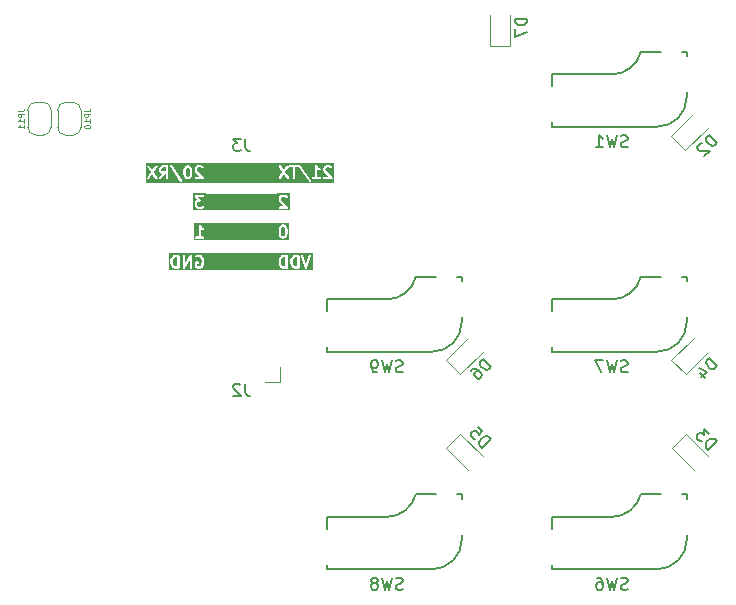
<source format=gbr>
%TF.GenerationSoftware,KiCad,Pcbnew,9.0.2*%
%TF.CreationDate,2025-07-23T19:01:54-06:00*%
%TF.ProjectId,macro devboard ESP32,6d616372-6f20-4646-9576-626f61726420,rev?*%
%TF.SameCoordinates,Original*%
%TF.FileFunction,Legend,Bot*%
%TF.FilePolarity,Positive*%
%FSLAX46Y46*%
G04 Gerber Fmt 4.6, Leading zero omitted, Abs format (unit mm)*
G04 Created by KiCad (PCBNEW 9.0.2) date 2025-07-23 19:01:54*
%MOMM*%
%LPD*%
G01*
G04 APERTURE LIST*
%ADD10C,0.200000*%
%ADD11C,0.150000*%
%ADD12C,0.120000*%
G04 APERTURE END LIST*
G36*
X210645000Y-67220000D02*
G01*
X216815000Y-67220000D01*
X216815000Y-68630000D01*
X210645000Y-68630000D01*
X210645000Y-67220000D01*
G37*
G36*
X210655000Y-64670000D02*
G01*
X216825000Y-64670000D01*
X216825000Y-66080000D01*
X210655000Y-66080000D01*
X210655000Y-64670000D01*
G37*
G36*
X210650000Y-62150000D02*
G01*
X216820000Y-62150000D01*
X216820000Y-63560000D01*
X210650000Y-63560000D01*
X210650000Y-62150000D01*
G37*
G36*
X210550000Y-59590000D02*
G01*
X216800000Y-59590000D01*
X216800000Y-61270000D01*
X210550000Y-61270000D01*
X210550000Y-59590000D01*
G37*
D10*
G36*
X209281389Y-59977024D02*
G01*
X209306058Y-60001692D01*
X209341511Y-60072599D01*
X209383482Y-60240480D01*
X209383482Y-60453956D01*
X209341511Y-60621837D01*
X209306058Y-60692743D01*
X209281389Y-60717413D01*
X209221780Y-60747219D01*
X209173756Y-60747219D01*
X209114146Y-60717414D01*
X209089479Y-60692746D01*
X209054024Y-60621837D01*
X209012054Y-60453956D01*
X209012054Y-60240481D01*
X209054024Y-60072599D01*
X209089478Y-60001692D01*
X209114146Y-59977023D01*
X209173756Y-59947219D01*
X209221780Y-59947219D01*
X209281389Y-59977024D01*
G37*
G36*
X207335863Y-60271028D02*
G01*
X207078518Y-60271028D01*
X207018908Y-60241223D01*
X206994240Y-60216554D01*
X206964435Y-60156944D01*
X206964435Y-60061302D01*
X206994240Y-60001692D01*
X207018908Y-59977023D01*
X207078518Y-59947219D01*
X207335863Y-59947219D01*
X207335863Y-60271028D01*
G37*
G36*
X210692672Y-61296425D02*
G01*
X205653324Y-61296425D01*
X205653324Y-59847114D01*
X205764435Y-59847114D01*
X205772007Y-59885391D01*
X205781230Y-59902689D01*
X206077583Y-60347219D01*
X205781230Y-60791749D01*
X205772007Y-60809047D01*
X205764435Y-60847324D01*
X205772087Y-60885584D01*
X205793798Y-60918004D01*
X205826263Y-60939647D01*
X205864540Y-60947219D01*
X205902800Y-60939567D01*
X205935220Y-60917856D01*
X205947640Y-60902689D01*
X206197768Y-60527496D01*
X206447896Y-60902689D01*
X206460316Y-60917856D01*
X206492736Y-60939567D01*
X206530996Y-60947219D01*
X206569273Y-60939647D01*
X206601738Y-60918004D01*
X206623449Y-60885584D01*
X206631101Y-60847324D01*
X206623529Y-60809047D01*
X206614306Y-60791749D01*
X206317952Y-60347219D01*
X206524302Y-60037695D01*
X206764435Y-60037695D01*
X206764435Y-60180552D01*
X206766356Y-60200061D01*
X206767731Y-60203381D01*
X206767986Y-60206965D01*
X206774992Y-60225273D01*
X206822611Y-60320511D01*
X206827896Y-60328907D01*
X206828907Y-60331347D01*
X206831160Y-60334093D01*
X206833054Y-60337101D01*
X206835048Y-60338830D01*
X206841343Y-60346501D01*
X206888962Y-60394119D01*
X206896628Y-60400411D01*
X206898361Y-60402409D01*
X206901369Y-60404302D01*
X206904115Y-60406556D01*
X206906555Y-60407566D01*
X206914952Y-60412852D01*
X207010189Y-60460471D01*
X207012479Y-60461347D01*
X206782512Y-60789873D01*
X206772898Y-60806957D01*
X206764458Y-60845051D01*
X206771239Y-60883476D01*
X206792208Y-60916381D01*
X206824173Y-60938756D01*
X206862267Y-60947196D01*
X206900692Y-60940415D01*
X206933597Y-60919446D01*
X206946358Y-60904565D01*
X207249833Y-60471028D01*
X207335863Y-60471028D01*
X207335863Y-60847219D01*
X207337784Y-60866728D01*
X207352716Y-60902776D01*
X207380306Y-60930366D01*
X207416354Y-60945298D01*
X207455372Y-60945298D01*
X207491420Y-60930366D01*
X207519010Y-60902776D01*
X207533942Y-60866728D01*
X207535863Y-60847219D01*
X207535863Y-59847219D01*
X207533942Y-59827710D01*
X207522255Y-59799495D01*
X207669197Y-59799495D01*
X207676769Y-59837772D01*
X207685992Y-59855070D01*
X208543134Y-61140784D01*
X208555554Y-61155951D01*
X208587974Y-61177662D01*
X208626235Y-61185314D01*
X208664511Y-61177743D01*
X208696976Y-61156099D01*
X208718687Y-61123679D01*
X208726339Y-61085419D01*
X208718768Y-61047142D01*
X208709544Y-61029844D01*
X208175096Y-60228171D01*
X208812054Y-60228171D01*
X208812054Y-60466266D01*
X208812389Y-60469668D01*
X208812172Y-60471127D01*
X208813251Y-60478424D01*
X208813975Y-60485775D01*
X208814539Y-60487138D01*
X208815040Y-60490520D01*
X208862659Y-60680995D01*
X208863172Y-60682432D01*
X208863224Y-60683155D01*
X208866332Y-60691279D01*
X208869254Y-60699456D01*
X208869684Y-60700036D01*
X208870230Y-60701463D01*
X208917849Y-60796701D01*
X208923132Y-60805093D01*
X208924144Y-60807537D01*
X208926400Y-60810286D01*
X208928292Y-60813291D01*
X208930286Y-60815020D01*
X208936581Y-60822690D01*
X208984199Y-60870310D01*
X208991867Y-60876603D01*
X208993599Y-60878600D01*
X208996607Y-60880493D01*
X208999353Y-60882747D01*
X209001793Y-60883757D01*
X209010190Y-60889043D01*
X209105427Y-60936662D01*
X209123736Y-60943668D01*
X209127319Y-60943922D01*
X209130640Y-60945298D01*
X209150149Y-60947219D01*
X209245387Y-60947219D01*
X209264896Y-60945298D01*
X209268216Y-60943922D01*
X209271800Y-60943668D01*
X209290108Y-60936662D01*
X209385346Y-60889043D01*
X209393741Y-60883758D01*
X209396183Y-60882747D01*
X209398930Y-60880491D01*
X209401936Y-60878600D01*
X209403666Y-60876605D01*
X209411336Y-60870310D01*
X209458955Y-60822690D01*
X209465247Y-60815023D01*
X209467244Y-60813292D01*
X209469137Y-60810284D01*
X209471392Y-60807537D01*
X209472403Y-60805095D01*
X209477687Y-60796701D01*
X209525306Y-60701464D01*
X209525852Y-60700035D01*
X209526282Y-60699456D01*
X209529203Y-60691279D01*
X209532312Y-60683155D01*
X209532363Y-60682434D01*
X209532877Y-60680996D01*
X209580496Y-60490520D01*
X209580996Y-60487138D01*
X209581561Y-60485775D01*
X209582284Y-60478424D01*
X209583364Y-60471127D01*
X209583146Y-60469668D01*
X209583482Y-60466266D01*
X209583482Y-60228171D01*
X209583146Y-60224768D01*
X209583364Y-60223310D01*
X209582284Y-60216012D01*
X209581561Y-60208662D01*
X209580996Y-60207298D01*
X209580496Y-60203917D01*
X209538940Y-60037695D01*
X209764435Y-60037695D01*
X209764435Y-60132933D01*
X209765407Y-60142806D01*
X209765220Y-60145440D01*
X209766007Y-60148903D01*
X209766356Y-60152442D01*
X209767367Y-60154884D01*
X209769567Y-60164556D01*
X209817186Y-60307412D01*
X209825177Y-60325313D01*
X209827532Y-60328028D01*
X209828907Y-60331347D01*
X209841343Y-60346501D01*
X210242060Y-60747219D01*
X209864435Y-60747219D01*
X209844926Y-60749140D01*
X209808878Y-60764072D01*
X209781288Y-60791662D01*
X209766356Y-60827710D01*
X209766356Y-60866728D01*
X209781288Y-60902776D01*
X209808878Y-60930366D01*
X209844926Y-60945298D01*
X209864435Y-60947219D01*
X210483482Y-60947219D01*
X210502991Y-60945298D01*
X210539039Y-60930366D01*
X210566629Y-60902776D01*
X210581561Y-60866728D01*
X210581561Y-60827710D01*
X210566629Y-60791662D01*
X210554193Y-60776508D01*
X209999456Y-60221770D01*
X209964435Y-60116706D01*
X209964435Y-60061302D01*
X209994240Y-60001692D01*
X210018908Y-59977023D01*
X210078518Y-59947219D01*
X210269399Y-59947219D01*
X210329008Y-59977024D01*
X210365152Y-60013167D01*
X210380305Y-60025604D01*
X210416354Y-60040535D01*
X210455372Y-60040535D01*
X210491420Y-60025604D01*
X210519010Y-59998014D01*
X210533941Y-59961966D01*
X210533941Y-59922948D01*
X210519010Y-59886899D01*
X210506573Y-59871746D01*
X210458955Y-59824127D01*
X210451284Y-59817832D01*
X210449555Y-59815838D01*
X210446547Y-59813944D01*
X210443801Y-59811691D01*
X210441361Y-59810680D01*
X210432965Y-59805395D01*
X210337727Y-59757776D01*
X210319419Y-59750770D01*
X210315835Y-59750515D01*
X210312515Y-59749140D01*
X210293006Y-59747219D01*
X210054911Y-59747219D01*
X210035402Y-59749140D01*
X210032081Y-59750515D01*
X210028498Y-59750770D01*
X210010189Y-59757776D01*
X209914952Y-59805395D01*
X209906555Y-59810680D01*
X209904115Y-59811691D01*
X209901369Y-59813944D01*
X209898361Y-59815838D01*
X209896628Y-59817835D01*
X209888962Y-59824128D01*
X209841343Y-59871746D01*
X209835048Y-59879416D01*
X209833054Y-59881146D01*
X209831160Y-59884153D01*
X209828907Y-59886900D01*
X209827896Y-59889339D01*
X209822611Y-59897736D01*
X209774992Y-59992974D01*
X209767986Y-60011282D01*
X209767731Y-60014865D01*
X209766356Y-60018186D01*
X209764435Y-60037695D01*
X209538940Y-60037695D01*
X209532877Y-60013441D01*
X209532363Y-60012002D01*
X209532312Y-60011282D01*
X209529203Y-60003157D01*
X209526282Y-59994981D01*
X209525852Y-59994401D01*
X209525306Y-59992973D01*
X209477687Y-59897736D01*
X209472401Y-59889339D01*
X209471391Y-59886899D01*
X209469137Y-59884153D01*
X209467244Y-59881145D01*
X209465246Y-59879412D01*
X209458954Y-59871746D01*
X209411336Y-59824127D01*
X209403665Y-59817832D01*
X209401936Y-59815838D01*
X209398928Y-59813944D01*
X209396182Y-59811691D01*
X209393742Y-59810680D01*
X209385346Y-59805395D01*
X209290108Y-59757776D01*
X209271800Y-59750770D01*
X209268216Y-59750515D01*
X209264896Y-59749140D01*
X209245387Y-59747219D01*
X209150149Y-59747219D01*
X209130640Y-59749140D01*
X209127319Y-59750515D01*
X209123736Y-59750770D01*
X209105427Y-59757776D01*
X209010190Y-59805395D01*
X209001793Y-59810680D01*
X208999353Y-59811691D01*
X208996607Y-59813944D01*
X208993599Y-59815838D01*
X208991866Y-59817835D01*
X208984200Y-59824128D01*
X208936581Y-59871746D01*
X208930286Y-59879416D01*
X208928292Y-59881146D01*
X208926398Y-59884153D01*
X208924145Y-59886900D01*
X208923134Y-59889339D01*
X208917849Y-59897736D01*
X208870230Y-59992974D01*
X208869684Y-59994400D01*
X208869254Y-59994981D01*
X208866332Y-60003157D01*
X208863224Y-60011282D01*
X208863172Y-60012004D01*
X208862659Y-60013442D01*
X208815040Y-60203917D01*
X208814539Y-60207298D01*
X208813975Y-60208662D01*
X208813251Y-60216012D01*
X208812172Y-60223310D01*
X208812389Y-60224768D01*
X208812054Y-60228171D01*
X208175096Y-60228171D01*
X207852402Y-59744130D01*
X207839982Y-59728963D01*
X207807562Y-59707252D01*
X207769302Y-59699600D01*
X207731025Y-59707172D01*
X207698560Y-59728815D01*
X207676849Y-59761235D01*
X207669197Y-59799495D01*
X207522255Y-59799495D01*
X207519010Y-59791662D01*
X207491420Y-59764072D01*
X207455372Y-59749140D01*
X207435863Y-59747219D01*
X207054911Y-59747219D01*
X207035402Y-59749140D01*
X207032081Y-59750515D01*
X207028498Y-59750770D01*
X207010189Y-59757776D01*
X206914952Y-59805395D01*
X206906555Y-59810680D01*
X206904115Y-59811691D01*
X206901369Y-59813944D01*
X206898361Y-59815838D01*
X206896628Y-59817835D01*
X206888962Y-59824128D01*
X206841343Y-59871746D01*
X206835048Y-59879416D01*
X206833054Y-59881146D01*
X206831160Y-59884153D01*
X206828907Y-59886900D01*
X206827896Y-59889339D01*
X206822611Y-59897736D01*
X206774992Y-59992974D01*
X206767986Y-60011282D01*
X206767731Y-60014865D01*
X206766356Y-60018186D01*
X206764435Y-60037695D01*
X206524302Y-60037695D01*
X206614306Y-59902689D01*
X206623529Y-59885391D01*
X206631101Y-59847114D01*
X206623449Y-59808854D01*
X206601738Y-59776434D01*
X206569273Y-59754791D01*
X206530996Y-59747219D01*
X206492736Y-59754871D01*
X206460316Y-59776582D01*
X206447896Y-59791749D01*
X206197768Y-60166941D01*
X205947640Y-59791749D01*
X205935220Y-59776582D01*
X205902800Y-59754871D01*
X205864540Y-59747219D01*
X205826263Y-59754791D01*
X205793798Y-59776434D01*
X205772087Y-59808854D01*
X205764435Y-59847114D01*
X205653324Y-59847114D01*
X205653324Y-59588489D01*
X210692672Y-59588489D01*
X210692672Y-61296425D01*
G37*
G36*
X217453482Y-68327219D02*
G01*
X217331613Y-68327219D01*
X217226548Y-68292197D01*
X217159478Y-68225127D01*
X217124024Y-68154218D01*
X217082054Y-67986337D01*
X217082054Y-67868100D01*
X217124024Y-67700218D01*
X217159477Y-67629312D01*
X217226549Y-67562240D01*
X217331613Y-67527219D01*
X217453482Y-67527219D01*
X217453482Y-68327219D01*
G37*
G36*
X218453482Y-68327219D02*
G01*
X218331613Y-68327219D01*
X218226548Y-68292197D01*
X218159478Y-68225127D01*
X218124024Y-68154218D01*
X218082054Y-67986337D01*
X218082054Y-67868100D01*
X218124024Y-67700218D01*
X218159477Y-67629312D01*
X218226549Y-67562240D01*
X218331613Y-67527219D01*
X218453482Y-67527219D01*
X218453482Y-68327219D01*
G37*
G36*
X219763808Y-68638330D02*
G01*
X216770943Y-68638330D01*
X216770943Y-67855790D01*
X216882054Y-67855790D01*
X216882054Y-67998647D01*
X216882389Y-68002049D01*
X216882172Y-68003508D01*
X216883251Y-68010805D01*
X216883975Y-68018156D01*
X216884539Y-68019519D01*
X216885040Y-68022901D01*
X216932659Y-68213376D01*
X216933172Y-68214813D01*
X216933224Y-68215536D01*
X216936332Y-68223660D01*
X216939254Y-68231837D01*
X216939684Y-68232417D01*
X216940230Y-68233844D01*
X216987849Y-68329082D01*
X216993131Y-68337474D01*
X216994144Y-68339918D01*
X216996400Y-68342667D01*
X216998292Y-68345672D01*
X217000286Y-68347401D01*
X217006581Y-68355071D01*
X217101819Y-68450311D01*
X217116972Y-68462747D01*
X217120291Y-68464122D01*
X217123007Y-68466477D01*
X217140907Y-68474468D01*
X217283764Y-68522087D01*
X217293436Y-68524286D01*
X217295878Y-68525298D01*
X217299415Y-68525646D01*
X217302879Y-68526434D01*
X217305513Y-68526246D01*
X217315387Y-68527219D01*
X217553482Y-68527219D01*
X217572991Y-68525298D01*
X217609039Y-68510366D01*
X217636629Y-68482776D01*
X217651561Y-68446728D01*
X217653482Y-68427219D01*
X217653482Y-67855790D01*
X217882054Y-67855790D01*
X217882054Y-67998647D01*
X217882389Y-68002049D01*
X217882172Y-68003508D01*
X217883251Y-68010805D01*
X217883975Y-68018156D01*
X217884539Y-68019519D01*
X217885040Y-68022901D01*
X217932659Y-68213376D01*
X217933172Y-68214813D01*
X217933224Y-68215536D01*
X217936332Y-68223660D01*
X217939254Y-68231837D01*
X217939684Y-68232417D01*
X217940230Y-68233844D01*
X217987849Y-68329082D01*
X217993131Y-68337474D01*
X217994144Y-68339918D01*
X217996400Y-68342667D01*
X217998292Y-68345672D01*
X218000286Y-68347401D01*
X218006581Y-68355071D01*
X218101819Y-68450311D01*
X218116972Y-68462747D01*
X218120291Y-68464122D01*
X218123007Y-68466477D01*
X218140907Y-68474468D01*
X218283764Y-68522087D01*
X218293436Y-68524286D01*
X218295878Y-68525298D01*
X218299415Y-68525646D01*
X218302879Y-68526434D01*
X218305513Y-68526246D01*
X218315387Y-68527219D01*
X218553482Y-68527219D01*
X218572991Y-68525298D01*
X218609039Y-68510366D01*
X218636629Y-68482776D01*
X218651561Y-68446728D01*
X218653482Y-68427219D01*
X218653482Y-67439726D01*
X218787601Y-67439726D01*
X218791948Y-67458842D01*
X219125281Y-68458841D01*
X219133272Y-68476742D01*
X219137955Y-68482141D01*
X219141150Y-68488531D01*
X219150621Y-68496746D01*
X219158837Y-68506218D01*
X219165225Y-68509412D01*
X219170626Y-68514096D01*
X219182527Y-68518063D01*
X219193736Y-68523667D01*
X219200860Y-68524173D01*
X219207642Y-68526434D01*
X219220151Y-68525544D01*
X219232656Y-68526434D01*
X219239434Y-68524174D01*
X219246562Y-68523668D01*
X219257778Y-68518059D01*
X219269672Y-68514095D01*
X219275069Y-68509414D01*
X219281461Y-68506218D01*
X219289679Y-68496742D01*
X219299148Y-68488530D01*
X219302341Y-68482143D01*
X219307026Y-68476742D01*
X219315017Y-68458842D01*
X219648350Y-67458842D01*
X219652697Y-67439727D01*
X219649931Y-67400807D01*
X219632481Y-67365908D01*
X219603005Y-67340343D01*
X219565989Y-67328004D01*
X219527069Y-67330771D01*
X219492170Y-67348220D01*
X219466605Y-67377696D01*
X219458614Y-67395597D01*
X219220149Y-68110991D01*
X218981684Y-67395596D01*
X218973693Y-67377696D01*
X218948128Y-67348220D01*
X218913229Y-67330770D01*
X218874309Y-67328004D01*
X218837293Y-67340342D01*
X218807817Y-67365907D01*
X218790367Y-67400806D01*
X218787601Y-67439726D01*
X218653482Y-67439726D01*
X218653482Y-67427219D01*
X218651561Y-67407710D01*
X218636629Y-67371662D01*
X218609039Y-67344072D01*
X218572991Y-67329140D01*
X218553482Y-67327219D01*
X218315387Y-67327219D01*
X218305513Y-67328191D01*
X218302879Y-67328004D01*
X218299415Y-67328791D01*
X218295878Y-67329140D01*
X218293436Y-67330151D01*
X218283764Y-67332351D01*
X218140907Y-67379970D01*
X218123007Y-67387961D01*
X218120291Y-67390316D01*
X218116973Y-67391691D01*
X218101819Y-67404127D01*
X218006581Y-67499365D01*
X218000286Y-67507035D01*
X217998292Y-67508765D01*
X217996398Y-67511772D01*
X217994145Y-67514519D01*
X217993134Y-67516958D01*
X217987849Y-67525355D01*
X217940230Y-67620593D01*
X217939684Y-67622019D01*
X217939254Y-67622600D01*
X217936332Y-67630776D01*
X217933224Y-67638901D01*
X217933172Y-67639623D01*
X217932659Y-67641061D01*
X217885040Y-67831536D01*
X217884539Y-67834917D01*
X217883975Y-67836281D01*
X217883251Y-67843631D01*
X217882172Y-67850929D01*
X217882389Y-67852387D01*
X217882054Y-67855790D01*
X217653482Y-67855790D01*
X217653482Y-67427219D01*
X217651561Y-67407710D01*
X217636629Y-67371662D01*
X217609039Y-67344072D01*
X217572991Y-67329140D01*
X217553482Y-67327219D01*
X217315387Y-67327219D01*
X217305513Y-67328191D01*
X217302879Y-67328004D01*
X217299415Y-67328791D01*
X217295878Y-67329140D01*
X217293436Y-67330151D01*
X217283764Y-67332351D01*
X217140907Y-67379970D01*
X217123007Y-67387961D01*
X217120291Y-67390316D01*
X217116973Y-67391691D01*
X217101819Y-67404127D01*
X217006581Y-67499365D01*
X217000286Y-67507035D01*
X216998292Y-67508765D01*
X216996398Y-67511772D01*
X216994145Y-67514519D01*
X216993134Y-67516958D01*
X216987849Y-67525355D01*
X216940230Y-67620593D01*
X216939684Y-67622019D01*
X216939254Y-67622600D01*
X216936332Y-67630776D01*
X216933224Y-67638901D01*
X216933172Y-67639623D01*
X216932659Y-67641061D01*
X216885040Y-67831536D01*
X216884539Y-67834917D01*
X216883975Y-67836281D01*
X216883251Y-67843631D01*
X216882172Y-67850929D01*
X216882389Y-67852387D01*
X216882054Y-67855790D01*
X216770943Y-67855790D01*
X216770943Y-67216108D01*
X219763808Y-67216108D01*
X219763808Y-68638330D01*
G37*
G36*
X217810291Y-63558330D02*
G01*
X216770943Y-63558330D01*
X216770943Y-62537695D01*
X216882054Y-62537695D01*
X216882054Y-62632933D01*
X216883026Y-62642806D01*
X216882839Y-62645440D01*
X216883626Y-62648903D01*
X216883975Y-62652442D01*
X216884986Y-62654884D01*
X216887186Y-62664556D01*
X216934805Y-62807412D01*
X216942796Y-62825313D01*
X216945151Y-62828028D01*
X216946526Y-62831347D01*
X216958962Y-62846501D01*
X217359679Y-63247219D01*
X216982054Y-63247219D01*
X216962545Y-63249140D01*
X216926497Y-63264072D01*
X216898907Y-63291662D01*
X216883975Y-63327710D01*
X216883975Y-63366728D01*
X216898907Y-63402776D01*
X216926497Y-63430366D01*
X216962545Y-63445298D01*
X216982054Y-63447219D01*
X217601101Y-63447219D01*
X217620610Y-63445298D01*
X217656658Y-63430366D01*
X217684248Y-63402776D01*
X217699180Y-63366728D01*
X217699180Y-63327710D01*
X217684248Y-63291662D01*
X217671812Y-63276508D01*
X217117075Y-62721770D01*
X217082054Y-62616706D01*
X217082054Y-62561302D01*
X217111859Y-62501692D01*
X217136527Y-62477023D01*
X217196137Y-62447219D01*
X217387018Y-62447219D01*
X217446627Y-62477024D01*
X217482771Y-62513167D01*
X217497924Y-62525604D01*
X217533973Y-62540535D01*
X217572991Y-62540535D01*
X217609039Y-62525604D01*
X217636629Y-62498014D01*
X217651560Y-62461966D01*
X217651560Y-62422948D01*
X217636629Y-62386899D01*
X217624192Y-62371746D01*
X217576574Y-62324127D01*
X217568903Y-62317832D01*
X217567174Y-62315838D01*
X217564166Y-62313944D01*
X217561420Y-62311691D01*
X217558980Y-62310680D01*
X217550584Y-62305395D01*
X217455346Y-62257776D01*
X217437038Y-62250770D01*
X217433454Y-62250515D01*
X217430134Y-62249140D01*
X217410625Y-62247219D01*
X217172530Y-62247219D01*
X217153021Y-62249140D01*
X217149700Y-62250515D01*
X217146117Y-62250770D01*
X217127808Y-62257776D01*
X217032571Y-62305395D01*
X217024174Y-62310680D01*
X217021734Y-62311691D01*
X217018988Y-62313944D01*
X217015980Y-62315838D01*
X217014247Y-62317835D01*
X217006581Y-62324128D01*
X216958962Y-62371746D01*
X216952667Y-62379416D01*
X216950673Y-62381146D01*
X216948779Y-62384153D01*
X216946526Y-62386900D01*
X216945515Y-62389339D01*
X216940230Y-62397736D01*
X216892611Y-62492974D01*
X216885605Y-62511282D01*
X216885350Y-62514865D01*
X216883975Y-62518186D01*
X216882054Y-62537695D01*
X216770943Y-62537695D01*
X216770943Y-62136108D01*
X217810291Y-62136108D01*
X217810291Y-63558330D01*
G37*
G36*
X217351389Y-64997024D02*
G01*
X217376058Y-65021692D01*
X217411511Y-65092599D01*
X217453482Y-65260480D01*
X217453482Y-65473956D01*
X217411511Y-65641837D01*
X217376058Y-65712743D01*
X217351389Y-65737413D01*
X217291780Y-65767219D01*
X217243756Y-65767219D01*
X217184146Y-65737414D01*
X217159479Y-65712746D01*
X217124024Y-65641837D01*
X217082054Y-65473956D01*
X217082054Y-65260481D01*
X217124024Y-65092599D01*
X217159478Y-65021692D01*
X217184146Y-64997023D01*
X217243756Y-64967219D01*
X217291780Y-64967219D01*
X217351389Y-64997024D01*
G37*
G36*
X217764593Y-66078330D02*
G01*
X216770943Y-66078330D01*
X216770943Y-65248171D01*
X216882054Y-65248171D01*
X216882054Y-65486266D01*
X216882389Y-65489668D01*
X216882172Y-65491127D01*
X216883251Y-65498424D01*
X216883975Y-65505775D01*
X216884539Y-65507138D01*
X216885040Y-65510520D01*
X216932659Y-65700995D01*
X216933172Y-65702432D01*
X216933224Y-65703155D01*
X216936332Y-65711279D01*
X216939254Y-65719456D01*
X216939684Y-65720036D01*
X216940230Y-65721463D01*
X216987849Y-65816701D01*
X216993132Y-65825093D01*
X216994144Y-65827537D01*
X216996400Y-65830286D01*
X216998292Y-65833291D01*
X217000286Y-65835020D01*
X217006581Y-65842690D01*
X217054199Y-65890310D01*
X217061867Y-65896603D01*
X217063599Y-65898600D01*
X217066607Y-65900493D01*
X217069353Y-65902747D01*
X217071793Y-65903757D01*
X217080190Y-65909043D01*
X217175427Y-65956662D01*
X217193736Y-65963668D01*
X217197319Y-65963922D01*
X217200640Y-65965298D01*
X217220149Y-65967219D01*
X217315387Y-65967219D01*
X217334896Y-65965298D01*
X217338216Y-65963922D01*
X217341800Y-65963668D01*
X217360108Y-65956662D01*
X217455346Y-65909043D01*
X217463741Y-65903758D01*
X217466183Y-65902747D01*
X217468930Y-65900491D01*
X217471936Y-65898600D01*
X217473666Y-65896605D01*
X217481336Y-65890310D01*
X217528955Y-65842690D01*
X217535247Y-65835023D01*
X217537244Y-65833292D01*
X217539137Y-65830284D01*
X217541392Y-65827537D01*
X217542403Y-65825095D01*
X217547687Y-65816701D01*
X217595306Y-65721464D01*
X217595852Y-65720035D01*
X217596282Y-65719456D01*
X217599203Y-65711279D01*
X217602312Y-65703155D01*
X217602363Y-65702434D01*
X217602877Y-65700996D01*
X217650496Y-65510520D01*
X217650996Y-65507138D01*
X217651561Y-65505775D01*
X217652284Y-65498424D01*
X217653364Y-65491127D01*
X217653146Y-65489668D01*
X217653482Y-65486266D01*
X217653482Y-65248171D01*
X217653146Y-65244768D01*
X217653364Y-65243310D01*
X217652284Y-65236012D01*
X217651561Y-65228662D01*
X217650996Y-65227298D01*
X217650496Y-65223917D01*
X217602877Y-65033441D01*
X217602363Y-65032002D01*
X217602312Y-65031282D01*
X217599203Y-65023157D01*
X217596282Y-65014981D01*
X217595852Y-65014401D01*
X217595306Y-65012973D01*
X217547687Y-64917736D01*
X217542401Y-64909339D01*
X217541391Y-64906899D01*
X217539137Y-64904153D01*
X217537244Y-64901145D01*
X217535246Y-64899412D01*
X217528954Y-64891746D01*
X217481336Y-64844127D01*
X217473665Y-64837832D01*
X217471936Y-64835838D01*
X217468928Y-64833944D01*
X217466182Y-64831691D01*
X217463742Y-64830680D01*
X217455346Y-64825395D01*
X217360108Y-64777776D01*
X217341800Y-64770770D01*
X217338216Y-64770515D01*
X217334896Y-64769140D01*
X217315387Y-64767219D01*
X217220149Y-64767219D01*
X217200640Y-64769140D01*
X217197319Y-64770515D01*
X217193736Y-64770770D01*
X217175427Y-64777776D01*
X217080190Y-64825395D01*
X217071793Y-64830680D01*
X217069353Y-64831691D01*
X217066607Y-64833944D01*
X217063599Y-64835838D01*
X217061866Y-64837835D01*
X217054200Y-64844128D01*
X217006581Y-64891746D01*
X217000286Y-64899416D01*
X216998292Y-64901146D01*
X216996398Y-64904153D01*
X216994145Y-64906900D01*
X216993134Y-64909339D01*
X216987849Y-64917736D01*
X216940230Y-65012974D01*
X216939684Y-65014400D01*
X216939254Y-65014981D01*
X216936332Y-65023157D01*
X216933224Y-65031282D01*
X216933172Y-65032004D01*
X216932659Y-65033442D01*
X216885040Y-65223917D01*
X216884539Y-65227298D01*
X216883975Y-65228662D01*
X216883251Y-65236012D01*
X216882172Y-65243310D01*
X216882389Y-65244768D01*
X216882054Y-65248171D01*
X216770943Y-65248171D01*
X216770943Y-64656108D01*
X217764593Y-64656108D01*
X217764593Y-66078330D01*
G37*
G36*
X221564577Y-61276425D02*
G01*
X216763324Y-61276425D01*
X216763324Y-59827114D01*
X216874435Y-59827114D01*
X216882007Y-59865391D01*
X216891230Y-59882689D01*
X217187583Y-60327219D01*
X216891230Y-60771749D01*
X216882007Y-60789047D01*
X216874435Y-60827324D01*
X216882087Y-60865584D01*
X216903798Y-60898004D01*
X216936263Y-60919647D01*
X216974540Y-60927219D01*
X217012800Y-60919567D01*
X217045220Y-60897856D01*
X217057640Y-60882689D01*
X217307768Y-60507496D01*
X217557896Y-60882689D01*
X217570316Y-60897856D01*
X217602736Y-60919567D01*
X217640996Y-60927219D01*
X217679273Y-60919647D01*
X217711738Y-60898004D01*
X217733449Y-60865584D01*
X217741101Y-60827324D01*
X217733529Y-60789047D01*
X217724306Y-60771749D01*
X217427952Y-60327219D01*
X217724306Y-59882689D01*
X217733529Y-59865391D01*
X217741101Y-59827114D01*
X217737220Y-59807710D01*
X217781118Y-59807710D01*
X217781118Y-59846728D01*
X217796050Y-59882776D01*
X217823640Y-59910366D01*
X217859688Y-59925298D01*
X217879197Y-59927219D01*
X218064911Y-59927219D01*
X218064911Y-60827219D01*
X218066832Y-60846728D01*
X218081764Y-60882776D01*
X218109354Y-60910366D01*
X218145402Y-60925298D01*
X218184420Y-60925298D01*
X218220468Y-60910366D01*
X218248058Y-60882776D01*
X218262990Y-60846728D01*
X218264911Y-60827219D01*
X218264911Y-59927219D01*
X218450625Y-59927219D01*
X218470134Y-59925298D01*
X218506182Y-59910366D01*
X218533772Y-59882776D01*
X218548704Y-59846728D01*
X218548704Y-59817828D01*
X218557897Y-59835070D01*
X219415039Y-61120784D01*
X219427459Y-61135951D01*
X219459879Y-61157662D01*
X219498140Y-61165314D01*
X219536416Y-61157743D01*
X219568881Y-61136099D01*
X219590592Y-61103679D01*
X219598244Y-61065419D01*
X219590673Y-61027142D01*
X219581449Y-61009844D01*
X219446693Y-60807710D01*
X219685880Y-60807710D01*
X219685880Y-60846728D01*
X219700812Y-60882776D01*
X219728402Y-60910366D01*
X219764450Y-60925298D01*
X219783959Y-60927219D01*
X220355387Y-60927219D01*
X220374896Y-60925298D01*
X220410944Y-60910366D01*
X220438534Y-60882776D01*
X220453466Y-60846728D01*
X220453466Y-60807710D01*
X220438534Y-60771662D01*
X220410944Y-60744072D01*
X220374896Y-60729140D01*
X220355387Y-60727219D01*
X220169673Y-60727219D01*
X220169673Y-60116260D01*
X220189438Y-60136025D01*
X220197104Y-60142316D01*
X220198837Y-60144314D01*
X220201848Y-60146209D01*
X220204592Y-60148461D01*
X220207029Y-60149470D01*
X220215428Y-60154757D01*
X220310665Y-60202376D01*
X220328974Y-60209382D01*
X220367894Y-60212148D01*
X220404910Y-60199809D01*
X220434387Y-60174244D01*
X220451836Y-60139346D01*
X220454601Y-60100426D01*
X220442263Y-60063410D01*
X220416698Y-60033933D01*
X220400108Y-60023490D01*
X220388518Y-60017695D01*
X220636340Y-60017695D01*
X220636340Y-60112933D01*
X220637312Y-60122806D01*
X220637125Y-60125440D01*
X220637912Y-60128903D01*
X220638261Y-60132442D01*
X220639272Y-60134884D01*
X220641472Y-60144556D01*
X220689091Y-60287412D01*
X220697082Y-60305313D01*
X220699437Y-60308028D01*
X220700812Y-60311347D01*
X220713248Y-60326501D01*
X221113965Y-60727219D01*
X220736340Y-60727219D01*
X220716831Y-60729140D01*
X220680783Y-60744072D01*
X220653193Y-60771662D01*
X220638261Y-60807710D01*
X220638261Y-60846728D01*
X220653193Y-60882776D01*
X220680783Y-60910366D01*
X220716831Y-60925298D01*
X220736340Y-60927219D01*
X221355387Y-60927219D01*
X221374896Y-60925298D01*
X221410944Y-60910366D01*
X221438534Y-60882776D01*
X221453466Y-60846728D01*
X221453466Y-60807710D01*
X221438534Y-60771662D01*
X221426098Y-60756508D01*
X220871361Y-60201770D01*
X220836340Y-60096706D01*
X220836340Y-60041302D01*
X220866145Y-59981692D01*
X220890813Y-59957023D01*
X220950423Y-59927219D01*
X221141304Y-59927219D01*
X221200913Y-59957024D01*
X221237057Y-59993167D01*
X221252210Y-60005604D01*
X221288259Y-60020535D01*
X221327277Y-60020535D01*
X221363325Y-60005604D01*
X221390915Y-59978014D01*
X221405846Y-59941966D01*
X221405846Y-59902948D01*
X221390915Y-59866899D01*
X221378478Y-59851746D01*
X221330860Y-59804127D01*
X221323189Y-59797832D01*
X221321460Y-59795838D01*
X221318452Y-59793944D01*
X221315706Y-59791691D01*
X221313266Y-59790680D01*
X221304870Y-59785395D01*
X221209632Y-59737776D01*
X221191324Y-59730770D01*
X221187740Y-59730515D01*
X221184420Y-59729140D01*
X221164911Y-59727219D01*
X220926816Y-59727219D01*
X220907307Y-59729140D01*
X220903986Y-59730515D01*
X220900403Y-59730770D01*
X220882094Y-59737776D01*
X220786857Y-59785395D01*
X220778460Y-59790680D01*
X220776020Y-59791691D01*
X220773274Y-59793944D01*
X220770266Y-59795838D01*
X220768533Y-59797835D01*
X220760867Y-59804128D01*
X220713248Y-59851746D01*
X220706953Y-59859416D01*
X220704959Y-59861146D01*
X220703065Y-59864153D01*
X220700812Y-59866900D01*
X220699801Y-59869339D01*
X220694516Y-59877736D01*
X220646897Y-59972974D01*
X220639891Y-59991282D01*
X220639636Y-59994865D01*
X220638261Y-59998186D01*
X220636340Y-60017695D01*
X220388518Y-60017695D01*
X220319386Y-59983129D01*
X220242622Y-59906365D01*
X220152878Y-59771749D01*
X220152833Y-59771694D01*
X220152820Y-59771662D01*
X220152746Y-59771588D01*
X220140458Y-59756582D01*
X220132229Y-59751071D01*
X220125230Y-59744072D01*
X220116178Y-59740322D01*
X220108038Y-59734871D01*
X220098330Y-59732929D01*
X220089182Y-59729140D01*
X220079383Y-59729140D01*
X220069778Y-59727219D01*
X220060067Y-59729140D01*
X220050164Y-59729140D01*
X220041111Y-59732889D01*
X220031501Y-59734791D01*
X220023262Y-59740283D01*
X220014116Y-59744072D01*
X220007189Y-59750998D01*
X219999036Y-59756434D01*
X219993525Y-59764662D01*
X219986526Y-59771662D01*
X219982776Y-59780713D01*
X219977325Y-59788854D01*
X219975383Y-59798561D01*
X219971594Y-59807710D01*
X219969693Y-59827012D01*
X219969673Y-59827114D01*
X219969679Y-59827148D01*
X219969673Y-59827219D01*
X219969673Y-60727219D01*
X219783959Y-60727219D01*
X219764450Y-60729140D01*
X219728402Y-60744072D01*
X219700812Y-60771662D01*
X219685880Y-60807710D01*
X219446693Y-60807710D01*
X218724307Y-59724130D01*
X218711887Y-59708963D01*
X218679467Y-59687252D01*
X218641207Y-59679600D01*
X218602930Y-59687172D01*
X218570465Y-59708815D01*
X218548754Y-59741235D01*
X218541102Y-59779495D01*
X218544836Y-59798373D01*
X218533772Y-59771662D01*
X218506182Y-59744072D01*
X218470134Y-59729140D01*
X218450625Y-59727219D01*
X217879197Y-59727219D01*
X217859688Y-59729140D01*
X217823640Y-59744072D01*
X217796050Y-59771662D01*
X217781118Y-59807710D01*
X217737220Y-59807710D01*
X217733449Y-59788854D01*
X217711738Y-59756434D01*
X217679273Y-59734791D01*
X217640996Y-59727219D01*
X217602736Y-59734871D01*
X217570316Y-59756582D01*
X217557896Y-59771749D01*
X217307768Y-60146941D01*
X217057640Y-59771749D01*
X217045220Y-59756582D01*
X217012800Y-59734871D01*
X216974540Y-59727219D01*
X216936263Y-59734791D01*
X216903798Y-59756434D01*
X216882087Y-59788854D01*
X216874435Y-59827114D01*
X216763324Y-59827114D01*
X216763324Y-59568489D01*
X221564577Y-59568489D01*
X221564577Y-61276425D01*
G37*
G36*
X210703807Y-66098330D02*
G01*
X209712864Y-66098330D01*
X209712864Y-65867710D01*
X209823975Y-65867710D01*
X209823975Y-65906728D01*
X209838907Y-65942776D01*
X209866497Y-65970366D01*
X209902545Y-65985298D01*
X209922054Y-65987219D01*
X210493482Y-65987219D01*
X210512991Y-65985298D01*
X210549039Y-65970366D01*
X210576629Y-65942776D01*
X210591561Y-65906728D01*
X210591561Y-65867710D01*
X210576629Y-65831662D01*
X210549039Y-65804072D01*
X210512991Y-65789140D01*
X210493482Y-65787219D01*
X210307768Y-65787219D01*
X210307768Y-65176260D01*
X210327533Y-65196025D01*
X210335199Y-65202316D01*
X210336932Y-65204314D01*
X210339943Y-65206209D01*
X210342687Y-65208461D01*
X210345124Y-65209470D01*
X210353523Y-65214757D01*
X210448760Y-65262376D01*
X210467069Y-65269382D01*
X210505989Y-65272148D01*
X210543005Y-65259809D01*
X210572482Y-65234244D01*
X210589931Y-65199346D01*
X210592696Y-65160426D01*
X210580358Y-65123410D01*
X210554793Y-65093933D01*
X210538203Y-65083490D01*
X210457481Y-65043129D01*
X210380717Y-64966365D01*
X210290973Y-64831749D01*
X210290928Y-64831694D01*
X210290915Y-64831662D01*
X210290841Y-64831588D01*
X210278553Y-64816582D01*
X210270324Y-64811071D01*
X210263325Y-64804072D01*
X210254273Y-64800322D01*
X210246133Y-64794871D01*
X210236425Y-64792929D01*
X210227277Y-64789140D01*
X210217478Y-64789140D01*
X210207873Y-64787219D01*
X210198162Y-64789140D01*
X210188259Y-64789140D01*
X210179206Y-64792889D01*
X210169596Y-64794791D01*
X210161357Y-64800283D01*
X210152211Y-64804072D01*
X210145284Y-64810998D01*
X210137131Y-64816434D01*
X210131620Y-64824662D01*
X210124621Y-64831662D01*
X210120871Y-64840713D01*
X210115420Y-64848854D01*
X210113478Y-64858561D01*
X210109689Y-64867710D01*
X210107788Y-64887012D01*
X210107768Y-64887114D01*
X210107774Y-64887148D01*
X210107768Y-64887219D01*
X210107768Y-65787219D01*
X209922054Y-65787219D01*
X209902545Y-65789140D01*
X209866497Y-65804072D01*
X209838907Y-65831662D01*
X209823975Y-65867710D01*
X209712864Y-65867710D01*
X209712864Y-64676108D01*
X210703807Y-64676108D01*
X210703807Y-66098330D01*
G37*
G36*
X208293482Y-68327219D02*
G01*
X208171613Y-68327219D01*
X208066548Y-68292197D01*
X207999478Y-68225127D01*
X207964024Y-68154218D01*
X207922054Y-67986337D01*
X207922054Y-67868100D01*
X207964024Y-67700218D01*
X207999477Y-67629312D01*
X208066549Y-67562240D01*
X208171613Y-67527219D01*
X208293482Y-67527219D01*
X208293482Y-68327219D01*
G37*
G36*
X210699831Y-68638330D02*
G01*
X207610943Y-68638330D01*
X207610943Y-67855790D01*
X207722054Y-67855790D01*
X207722054Y-67998647D01*
X207722389Y-68002049D01*
X207722172Y-68003508D01*
X207723251Y-68010805D01*
X207723975Y-68018156D01*
X207724539Y-68019519D01*
X207725040Y-68022901D01*
X207772659Y-68213376D01*
X207773172Y-68214813D01*
X207773224Y-68215536D01*
X207776332Y-68223660D01*
X207779254Y-68231837D01*
X207779684Y-68232417D01*
X207780230Y-68233844D01*
X207827849Y-68329082D01*
X207833131Y-68337474D01*
X207834144Y-68339918D01*
X207836400Y-68342667D01*
X207838292Y-68345672D01*
X207840286Y-68347401D01*
X207846581Y-68355071D01*
X207941819Y-68450311D01*
X207956972Y-68462747D01*
X207960291Y-68464122D01*
X207963007Y-68466477D01*
X207980907Y-68474468D01*
X208123764Y-68522087D01*
X208133436Y-68524286D01*
X208135878Y-68525298D01*
X208139415Y-68525646D01*
X208142879Y-68526434D01*
X208145513Y-68526246D01*
X208155387Y-68527219D01*
X208393482Y-68527219D01*
X208412991Y-68525298D01*
X208449039Y-68510366D01*
X208476629Y-68482776D01*
X208491561Y-68446728D01*
X208493482Y-68427219D01*
X208493482Y-67427219D01*
X208769673Y-67427219D01*
X208769673Y-68427219D01*
X208770167Y-68432236D01*
X208769917Y-68434204D01*
X208770611Y-68436750D01*
X208771594Y-68446728D01*
X208776685Y-68459018D01*
X208780184Y-68471847D01*
X208784086Y-68476885D01*
X208786526Y-68482776D01*
X208795931Y-68492181D01*
X208804074Y-68502696D01*
X208809608Y-68505858D01*
X208814116Y-68510366D01*
X208826401Y-68515454D01*
X208837951Y-68522055D01*
X208844275Y-68522858D01*
X208850164Y-68525298D01*
X208863465Y-68525298D01*
X208876658Y-68526975D01*
X208882807Y-68525298D01*
X208889182Y-68525298D01*
X208901472Y-68520206D01*
X208914301Y-68516708D01*
X208919339Y-68512805D01*
X208925230Y-68510366D01*
X208934635Y-68500960D01*
X208945150Y-68492818D01*
X208950953Y-68484642D01*
X208952820Y-68482776D01*
X208953578Y-68480943D01*
X208956497Y-68476833D01*
X209341101Y-67803775D01*
X209341101Y-68427219D01*
X209343022Y-68446728D01*
X209357954Y-68482776D01*
X209385544Y-68510366D01*
X209421592Y-68525298D01*
X209460610Y-68525298D01*
X209496658Y-68510366D01*
X209524248Y-68482776D01*
X209539180Y-68446728D01*
X209541101Y-68427219D01*
X209541101Y-67998647D01*
X209769673Y-67998647D01*
X209769673Y-68331980D01*
X209771594Y-68351488D01*
X209786525Y-68387537D01*
X209798962Y-68402690D01*
X209846580Y-68450310D01*
X209861734Y-68462747D01*
X209865053Y-68464122D01*
X209867769Y-68466477D01*
X209885669Y-68474468D01*
X210028526Y-68522087D01*
X210038198Y-68524286D01*
X210040640Y-68525298D01*
X210044177Y-68525646D01*
X210047641Y-68526434D01*
X210050275Y-68526246D01*
X210060149Y-68527219D01*
X210155387Y-68527219D01*
X210165260Y-68526246D01*
X210167894Y-68526434D01*
X210171357Y-68525646D01*
X210174896Y-68525298D01*
X210177338Y-68524286D01*
X210187010Y-68522087D01*
X210329866Y-68474468D01*
X210347767Y-68466477D01*
X210350482Y-68464122D01*
X210353802Y-68462747D01*
X210368955Y-68450310D01*
X210464193Y-68355071D01*
X210470485Y-68347404D01*
X210472482Y-68345673D01*
X210474375Y-68342665D01*
X210476630Y-68339918D01*
X210477641Y-68337476D01*
X210482925Y-68329082D01*
X210530544Y-68233845D01*
X210531090Y-68232416D01*
X210531520Y-68231837D01*
X210534441Y-68223660D01*
X210537550Y-68215536D01*
X210537601Y-68214815D01*
X210538115Y-68213377D01*
X210585734Y-68022901D01*
X210586234Y-68019519D01*
X210586799Y-68018156D01*
X210587522Y-68010805D01*
X210588602Y-68003508D01*
X210588384Y-68002049D01*
X210588720Y-67998647D01*
X210588720Y-67855790D01*
X210588384Y-67852387D01*
X210588602Y-67850929D01*
X210587522Y-67843631D01*
X210586799Y-67836281D01*
X210586234Y-67834917D01*
X210585734Y-67831536D01*
X210538115Y-67641060D01*
X210537601Y-67639621D01*
X210537550Y-67638901D01*
X210534441Y-67630776D01*
X210531520Y-67622600D01*
X210531090Y-67622020D01*
X210530544Y-67620592D01*
X210482925Y-67525355D01*
X210477638Y-67516956D01*
X210476629Y-67514519D01*
X210474377Y-67511775D01*
X210472482Y-67508764D01*
X210470484Y-67507031D01*
X210464193Y-67499365D01*
X210368955Y-67404127D01*
X210353801Y-67391691D01*
X210350482Y-67390316D01*
X210347767Y-67387961D01*
X210329866Y-67379970D01*
X210187010Y-67332351D01*
X210177338Y-67330151D01*
X210174896Y-67329140D01*
X210171357Y-67328791D01*
X210167894Y-67328004D01*
X210165260Y-67328191D01*
X210155387Y-67327219D01*
X210012530Y-67327219D01*
X209993021Y-67329140D01*
X209989700Y-67330515D01*
X209986117Y-67330770D01*
X209967808Y-67337776D01*
X209872571Y-67385395D01*
X209855980Y-67395838D01*
X209830416Y-67425315D01*
X209818077Y-67462331D01*
X209820843Y-67501251D01*
X209838292Y-67536150D01*
X209867769Y-67561714D01*
X209904785Y-67574053D01*
X209943705Y-67571287D01*
X209962013Y-67564281D01*
X210036137Y-67527219D01*
X210139160Y-67527219D01*
X210244224Y-67562240D01*
X210311297Y-67629313D01*
X210346749Y-67700218D01*
X210388720Y-67868099D01*
X210388720Y-67986337D01*
X210346749Y-68154218D01*
X210311296Y-68225124D01*
X210244225Y-68292197D01*
X210139160Y-68327219D01*
X210076375Y-68327219D01*
X209971310Y-68292197D01*
X209969673Y-68290559D01*
X209969673Y-68098647D01*
X210060149Y-68098647D01*
X210079658Y-68096726D01*
X210115706Y-68081794D01*
X210143296Y-68054204D01*
X210158228Y-68018156D01*
X210158228Y-67979138D01*
X210143296Y-67943090D01*
X210115706Y-67915500D01*
X210079658Y-67900568D01*
X210060149Y-67898647D01*
X209869673Y-67898647D01*
X209850164Y-67900568D01*
X209814116Y-67915500D01*
X209786526Y-67943090D01*
X209771594Y-67979138D01*
X209769673Y-67998647D01*
X209541101Y-67998647D01*
X209541101Y-67427219D01*
X209540606Y-67422201D01*
X209540857Y-67420234D01*
X209540162Y-67417687D01*
X209539180Y-67407710D01*
X209534090Y-67395423D01*
X209530591Y-67382591D01*
X209526686Y-67377549D01*
X209524248Y-67371662D01*
X209514844Y-67362258D01*
X209506700Y-67351742D01*
X209501165Y-67348579D01*
X209496658Y-67344072D01*
X209484372Y-67338983D01*
X209472823Y-67332383D01*
X209466498Y-67331579D01*
X209460610Y-67329140D01*
X209447310Y-67329140D01*
X209434117Y-67327463D01*
X209427968Y-67329140D01*
X209421592Y-67329140D01*
X209409305Y-67334229D01*
X209396473Y-67337729D01*
X209391431Y-67341633D01*
X209385544Y-67344072D01*
X209376140Y-67353475D01*
X209365624Y-67361620D01*
X209359820Y-67369795D01*
X209357954Y-67371662D01*
X209357195Y-67373494D01*
X209354277Y-67377605D01*
X208969673Y-68050662D01*
X208969673Y-67427219D01*
X208967752Y-67407710D01*
X208952820Y-67371662D01*
X208925230Y-67344072D01*
X208889182Y-67329140D01*
X208850164Y-67329140D01*
X208814116Y-67344072D01*
X208786526Y-67371662D01*
X208771594Y-67407710D01*
X208769673Y-67427219D01*
X208493482Y-67427219D01*
X208491561Y-67407710D01*
X208476629Y-67371662D01*
X208449039Y-67344072D01*
X208412991Y-67329140D01*
X208393482Y-67327219D01*
X208155387Y-67327219D01*
X208145513Y-67328191D01*
X208142879Y-67328004D01*
X208139415Y-67328791D01*
X208135878Y-67329140D01*
X208133436Y-67330151D01*
X208123764Y-67332351D01*
X207980907Y-67379970D01*
X207963007Y-67387961D01*
X207960291Y-67390316D01*
X207956973Y-67391691D01*
X207941819Y-67404127D01*
X207846581Y-67499365D01*
X207840286Y-67507035D01*
X207838292Y-67508765D01*
X207836398Y-67511772D01*
X207834145Y-67514519D01*
X207833134Y-67516958D01*
X207827849Y-67525355D01*
X207780230Y-67620593D01*
X207779684Y-67622019D01*
X207779254Y-67622600D01*
X207776332Y-67630776D01*
X207773224Y-67638901D01*
X207773172Y-67639623D01*
X207772659Y-67641061D01*
X207725040Y-67831536D01*
X207724539Y-67834917D01*
X207723975Y-67836281D01*
X207723251Y-67843631D01*
X207722172Y-67850929D01*
X207722389Y-67852387D01*
X207722054Y-67855790D01*
X207610943Y-67855790D01*
X207610943Y-67216108D01*
X210699831Y-67216108D01*
X210699831Y-68638330D01*
G37*
G36*
X210700291Y-63568330D02*
G01*
X209660943Y-63568330D01*
X209660943Y-62928647D01*
X209772054Y-62928647D01*
X209772054Y-63166742D01*
X209773975Y-63186251D01*
X209775350Y-63189571D01*
X209775605Y-63193155D01*
X209782611Y-63211463D01*
X209830230Y-63306701D01*
X209835513Y-63315093D01*
X209836525Y-63317537D01*
X209838781Y-63320286D01*
X209840673Y-63323291D01*
X209842667Y-63325020D01*
X209848962Y-63332690D01*
X209896580Y-63380310D01*
X209904248Y-63386603D01*
X209905980Y-63388600D01*
X209908988Y-63390493D01*
X209911734Y-63392747D01*
X209914174Y-63393757D01*
X209922571Y-63399043D01*
X210017808Y-63446662D01*
X210036117Y-63453668D01*
X210039700Y-63453922D01*
X210043021Y-63455298D01*
X210062530Y-63457219D01*
X210348244Y-63457219D01*
X210367753Y-63455298D01*
X210371073Y-63453922D01*
X210374657Y-63453668D01*
X210392965Y-63446662D01*
X210488203Y-63399043D01*
X210496598Y-63393758D01*
X210499040Y-63392747D01*
X210501787Y-63390491D01*
X210504793Y-63388600D01*
X210506523Y-63386605D01*
X210514193Y-63380310D01*
X210561812Y-63332690D01*
X210574249Y-63317537D01*
X210589180Y-63281488D01*
X210589179Y-63242470D01*
X210574248Y-63206422D01*
X210546657Y-63178832D01*
X210510609Y-63163901D01*
X210471591Y-63163902D01*
X210435543Y-63178833D01*
X210420389Y-63191270D01*
X210384246Y-63227413D01*
X210324637Y-63257219D01*
X210086137Y-63257219D01*
X210026527Y-63227414D01*
X210001860Y-63202746D01*
X209972054Y-63143134D01*
X209972054Y-62952254D01*
X210001859Y-62892644D01*
X210026527Y-62867975D01*
X210086137Y-62838171D01*
X210205387Y-62838171D01*
X210215704Y-62837155D01*
X210218329Y-62837330D01*
X210220136Y-62836718D01*
X210224896Y-62836250D01*
X210239899Y-62830035D01*
X210255291Y-62824830D01*
X210257830Y-62822607D01*
X210260944Y-62821318D01*
X210272421Y-62809840D01*
X210284655Y-62799136D01*
X210286150Y-62796111D01*
X210288534Y-62793728D01*
X210294748Y-62778726D01*
X210301951Y-62764161D01*
X210302175Y-62760795D01*
X210303466Y-62757680D01*
X210303466Y-62741431D01*
X210304546Y-62725229D01*
X210303466Y-62722035D01*
X210303466Y-62718662D01*
X210297250Y-62703656D01*
X210292046Y-62688268D01*
X210289264Y-62684377D01*
X210288534Y-62682614D01*
X210286674Y-62680754D01*
X210280645Y-62672321D01*
X210092431Y-62457219D01*
X210491101Y-62457219D01*
X210510610Y-62455298D01*
X210546658Y-62440366D01*
X210574248Y-62412776D01*
X210589180Y-62376728D01*
X210589180Y-62337710D01*
X210574248Y-62301662D01*
X210546658Y-62274072D01*
X210510610Y-62259140D01*
X210491101Y-62257219D01*
X209872054Y-62257219D01*
X209861736Y-62258234D01*
X209859112Y-62258060D01*
X209857304Y-62258671D01*
X209852545Y-62259140D01*
X209837539Y-62265355D01*
X209822151Y-62270560D01*
X209819611Y-62272781D01*
X209816497Y-62274072D01*
X209805012Y-62285556D01*
X209792787Y-62296254D01*
X209791291Y-62299277D01*
X209788907Y-62301662D01*
X209782690Y-62316668D01*
X209775490Y-62331229D01*
X209775265Y-62334594D01*
X209773975Y-62337710D01*
X209773975Y-62353958D01*
X209772895Y-62370161D01*
X209773975Y-62373354D01*
X209773975Y-62376728D01*
X209780190Y-62391733D01*
X209785395Y-62407122D01*
X209788176Y-62411012D01*
X209788907Y-62412776D01*
X209790766Y-62414635D01*
X209796796Y-62423069D01*
X210001417Y-62656923D01*
X209922571Y-62696347D01*
X209914174Y-62701632D01*
X209911734Y-62702643D01*
X209908988Y-62704896D01*
X209905980Y-62706790D01*
X209904247Y-62708787D01*
X209896581Y-62715080D01*
X209848962Y-62762698D01*
X209842667Y-62770368D01*
X209840673Y-62772098D01*
X209838779Y-62775105D01*
X209836526Y-62777852D01*
X209835515Y-62780291D01*
X209830230Y-62788688D01*
X209782611Y-62883926D01*
X209775605Y-62902234D01*
X209775350Y-62905817D01*
X209773975Y-62909138D01*
X209772054Y-62928647D01*
X209660943Y-62928647D01*
X209660943Y-62146108D01*
X210700291Y-62146108D01*
X210700291Y-63568330D01*
G37*
D11*
X246423332Y-95647200D02*
X246280475Y-95694819D01*
X246280475Y-95694819D02*
X246042380Y-95694819D01*
X246042380Y-95694819D02*
X245947142Y-95647200D01*
X245947142Y-95647200D02*
X245899523Y-95599580D01*
X245899523Y-95599580D02*
X245851904Y-95504342D01*
X245851904Y-95504342D02*
X245851904Y-95409104D01*
X245851904Y-95409104D02*
X245899523Y-95313866D01*
X245899523Y-95313866D02*
X245947142Y-95266247D01*
X245947142Y-95266247D02*
X246042380Y-95218628D01*
X246042380Y-95218628D02*
X246232856Y-95171009D01*
X246232856Y-95171009D02*
X246328094Y-95123390D01*
X246328094Y-95123390D02*
X246375713Y-95075771D01*
X246375713Y-95075771D02*
X246423332Y-94980533D01*
X246423332Y-94980533D02*
X246423332Y-94885295D01*
X246423332Y-94885295D02*
X246375713Y-94790057D01*
X246375713Y-94790057D02*
X246328094Y-94742438D01*
X246328094Y-94742438D02*
X246232856Y-94694819D01*
X246232856Y-94694819D02*
X245994761Y-94694819D01*
X245994761Y-94694819D02*
X245851904Y-94742438D01*
X245518570Y-94694819D02*
X245280475Y-95694819D01*
X245280475Y-95694819D02*
X245089999Y-94980533D01*
X245089999Y-94980533D02*
X244899523Y-95694819D01*
X244899523Y-95694819D02*
X244661428Y-94694819D01*
X243851904Y-94694819D02*
X244042380Y-94694819D01*
X244042380Y-94694819D02*
X244137618Y-94742438D01*
X244137618Y-94742438D02*
X244185237Y-94790057D01*
X244185237Y-94790057D02*
X244280475Y-94932914D01*
X244280475Y-94932914D02*
X244328094Y-95123390D01*
X244328094Y-95123390D02*
X244328094Y-95504342D01*
X244328094Y-95504342D02*
X244280475Y-95599580D01*
X244280475Y-95599580D02*
X244232856Y-95647200D01*
X244232856Y-95647200D02*
X244137618Y-95694819D01*
X244137618Y-95694819D02*
X243947142Y-95694819D01*
X243947142Y-95694819D02*
X243851904Y-95647200D01*
X243851904Y-95647200D02*
X243804285Y-95599580D01*
X243804285Y-95599580D02*
X243756666Y-95504342D01*
X243756666Y-95504342D02*
X243756666Y-95266247D01*
X243756666Y-95266247D02*
X243804285Y-95171009D01*
X243804285Y-95171009D02*
X243851904Y-95123390D01*
X243851904Y-95123390D02*
X243947142Y-95075771D01*
X243947142Y-95075771D02*
X244137618Y-95075771D01*
X244137618Y-95075771D02*
X244232856Y-95123390D01*
X244232856Y-95123390D02*
X244280475Y-95171009D01*
X244280475Y-95171009D02*
X244328094Y-95266247D01*
X227373332Y-77232200D02*
X227230475Y-77279819D01*
X227230475Y-77279819D02*
X226992380Y-77279819D01*
X226992380Y-77279819D02*
X226897142Y-77232200D01*
X226897142Y-77232200D02*
X226849523Y-77184580D01*
X226849523Y-77184580D02*
X226801904Y-77089342D01*
X226801904Y-77089342D02*
X226801904Y-76994104D01*
X226801904Y-76994104D02*
X226849523Y-76898866D01*
X226849523Y-76898866D02*
X226897142Y-76851247D01*
X226897142Y-76851247D02*
X226992380Y-76803628D01*
X226992380Y-76803628D02*
X227182856Y-76756009D01*
X227182856Y-76756009D02*
X227278094Y-76708390D01*
X227278094Y-76708390D02*
X227325713Y-76660771D01*
X227325713Y-76660771D02*
X227373332Y-76565533D01*
X227373332Y-76565533D02*
X227373332Y-76470295D01*
X227373332Y-76470295D02*
X227325713Y-76375057D01*
X227325713Y-76375057D02*
X227278094Y-76327438D01*
X227278094Y-76327438D02*
X227182856Y-76279819D01*
X227182856Y-76279819D02*
X226944761Y-76279819D01*
X226944761Y-76279819D02*
X226801904Y-76327438D01*
X226468570Y-76279819D02*
X226230475Y-77279819D01*
X226230475Y-77279819D02*
X226039999Y-76565533D01*
X226039999Y-76565533D02*
X225849523Y-77279819D01*
X225849523Y-77279819D02*
X225611428Y-76279819D01*
X225182856Y-77279819D02*
X224992380Y-77279819D01*
X224992380Y-77279819D02*
X224897142Y-77232200D01*
X224897142Y-77232200D02*
X224849523Y-77184580D01*
X224849523Y-77184580D02*
X224754285Y-77041723D01*
X224754285Y-77041723D02*
X224706666Y-76851247D01*
X224706666Y-76851247D02*
X224706666Y-76470295D01*
X224706666Y-76470295D02*
X224754285Y-76375057D01*
X224754285Y-76375057D02*
X224801904Y-76327438D01*
X224801904Y-76327438D02*
X224897142Y-76279819D01*
X224897142Y-76279819D02*
X225087618Y-76279819D01*
X225087618Y-76279819D02*
X225182856Y-76327438D01*
X225182856Y-76327438D02*
X225230475Y-76375057D01*
X225230475Y-76375057D02*
X225278094Y-76470295D01*
X225278094Y-76470295D02*
X225278094Y-76708390D01*
X225278094Y-76708390D02*
X225230475Y-76803628D01*
X225230475Y-76803628D02*
X225182856Y-76851247D01*
X225182856Y-76851247D02*
X225087618Y-76898866D01*
X225087618Y-76898866D02*
X224897142Y-76898866D01*
X224897142Y-76898866D02*
X224801904Y-76851247D01*
X224801904Y-76851247D02*
X224754285Y-76803628D01*
X224754285Y-76803628D02*
X224706666Y-76708390D01*
X246423332Y-77232200D02*
X246280475Y-77279819D01*
X246280475Y-77279819D02*
X246042380Y-77279819D01*
X246042380Y-77279819D02*
X245947142Y-77232200D01*
X245947142Y-77232200D02*
X245899523Y-77184580D01*
X245899523Y-77184580D02*
X245851904Y-77089342D01*
X245851904Y-77089342D02*
X245851904Y-76994104D01*
X245851904Y-76994104D02*
X245899523Y-76898866D01*
X245899523Y-76898866D02*
X245947142Y-76851247D01*
X245947142Y-76851247D02*
X246042380Y-76803628D01*
X246042380Y-76803628D02*
X246232856Y-76756009D01*
X246232856Y-76756009D02*
X246328094Y-76708390D01*
X246328094Y-76708390D02*
X246375713Y-76660771D01*
X246375713Y-76660771D02*
X246423332Y-76565533D01*
X246423332Y-76565533D02*
X246423332Y-76470295D01*
X246423332Y-76470295D02*
X246375713Y-76375057D01*
X246375713Y-76375057D02*
X246328094Y-76327438D01*
X246328094Y-76327438D02*
X246232856Y-76279819D01*
X246232856Y-76279819D02*
X245994761Y-76279819D01*
X245994761Y-76279819D02*
X245851904Y-76327438D01*
X245518570Y-76279819D02*
X245280475Y-77279819D01*
X245280475Y-77279819D02*
X245089999Y-76565533D01*
X245089999Y-76565533D02*
X244899523Y-77279819D01*
X244899523Y-77279819D02*
X244661428Y-76279819D01*
X244375713Y-76279819D02*
X243709047Y-76279819D01*
X243709047Y-76279819D02*
X244137618Y-77279819D01*
X227373332Y-95647200D02*
X227230475Y-95694819D01*
X227230475Y-95694819D02*
X226992380Y-95694819D01*
X226992380Y-95694819D02*
X226897142Y-95647200D01*
X226897142Y-95647200D02*
X226849523Y-95599580D01*
X226849523Y-95599580D02*
X226801904Y-95504342D01*
X226801904Y-95504342D02*
X226801904Y-95409104D01*
X226801904Y-95409104D02*
X226849523Y-95313866D01*
X226849523Y-95313866D02*
X226897142Y-95266247D01*
X226897142Y-95266247D02*
X226992380Y-95218628D01*
X226992380Y-95218628D02*
X227182856Y-95171009D01*
X227182856Y-95171009D02*
X227278094Y-95123390D01*
X227278094Y-95123390D02*
X227325713Y-95075771D01*
X227325713Y-95075771D02*
X227373332Y-94980533D01*
X227373332Y-94980533D02*
X227373332Y-94885295D01*
X227373332Y-94885295D02*
X227325713Y-94790057D01*
X227325713Y-94790057D02*
X227278094Y-94742438D01*
X227278094Y-94742438D02*
X227182856Y-94694819D01*
X227182856Y-94694819D02*
X226944761Y-94694819D01*
X226944761Y-94694819D02*
X226801904Y-94742438D01*
X226468570Y-94694819D02*
X226230475Y-95694819D01*
X226230475Y-95694819D02*
X226039999Y-94980533D01*
X226039999Y-94980533D02*
X225849523Y-95694819D01*
X225849523Y-95694819D02*
X225611428Y-94694819D01*
X225087618Y-95123390D02*
X225182856Y-95075771D01*
X225182856Y-95075771D02*
X225230475Y-95028152D01*
X225230475Y-95028152D02*
X225278094Y-94932914D01*
X225278094Y-94932914D02*
X225278094Y-94885295D01*
X225278094Y-94885295D02*
X225230475Y-94790057D01*
X225230475Y-94790057D02*
X225182856Y-94742438D01*
X225182856Y-94742438D02*
X225087618Y-94694819D01*
X225087618Y-94694819D02*
X224897142Y-94694819D01*
X224897142Y-94694819D02*
X224801904Y-94742438D01*
X224801904Y-94742438D02*
X224754285Y-94790057D01*
X224754285Y-94790057D02*
X224706666Y-94885295D01*
X224706666Y-94885295D02*
X224706666Y-94932914D01*
X224706666Y-94932914D02*
X224754285Y-95028152D01*
X224754285Y-95028152D02*
X224801904Y-95075771D01*
X224801904Y-95075771D02*
X224897142Y-95123390D01*
X224897142Y-95123390D02*
X225087618Y-95123390D01*
X225087618Y-95123390D02*
X225182856Y-95171009D01*
X225182856Y-95171009D02*
X225230475Y-95218628D01*
X225230475Y-95218628D02*
X225278094Y-95313866D01*
X225278094Y-95313866D02*
X225278094Y-95504342D01*
X225278094Y-95504342D02*
X225230475Y-95599580D01*
X225230475Y-95599580D02*
X225182856Y-95647200D01*
X225182856Y-95647200D02*
X225087618Y-95694819D01*
X225087618Y-95694819D02*
X224897142Y-95694819D01*
X224897142Y-95694819D02*
X224801904Y-95647200D01*
X224801904Y-95647200D02*
X224754285Y-95599580D01*
X224754285Y-95599580D02*
X224706666Y-95504342D01*
X224706666Y-95504342D02*
X224706666Y-95313866D01*
X224706666Y-95313866D02*
X224754285Y-95218628D01*
X224754285Y-95218628D02*
X224801904Y-95171009D01*
X224801904Y-95171009D02*
X224897142Y-95123390D01*
X246423332Y-58182200D02*
X246280475Y-58229819D01*
X246280475Y-58229819D02*
X246042380Y-58229819D01*
X246042380Y-58229819D02*
X245947142Y-58182200D01*
X245947142Y-58182200D02*
X245899523Y-58134580D01*
X245899523Y-58134580D02*
X245851904Y-58039342D01*
X245851904Y-58039342D02*
X245851904Y-57944104D01*
X245851904Y-57944104D02*
X245899523Y-57848866D01*
X245899523Y-57848866D02*
X245947142Y-57801247D01*
X245947142Y-57801247D02*
X246042380Y-57753628D01*
X246042380Y-57753628D02*
X246232856Y-57706009D01*
X246232856Y-57706009D02*
X246328094Y-57658390D01*
X246328094Y-57658390D02*
X246375713Y-57610771D01*
X246375713Y-57610771D02*
X246423332Y-57515533D01*
X246423332Y-57515533D02*
X246423332Y-57420295D01*
X246423332Y-57420295D02*
X246375713Y-57325057D01*
X246375713Y-57325057D02*
X246328094Y-57277438D01*
X246328094Y-57277438D02*
X246232856Y-57229819D01*
X246232856Y-57229819D02*
X245994761Y-57229819D01*
X245994761Y-57229819D02*
X245851904Y-57277438D01*
X245518570Y-57229819D02*
X245280475Y-58229819D01*
X245280475Y-58229819D02*
X245089999Y-57515533D01*
X245089999Y-57515533D02*
X244899523Y-58229819D01*
X244899523Y-58229819D02*
X244661428Y-57229819D01*
X243756666Y-58229819D02*
X244328094Y-58229819D01*
X244042380Y-58229819D02*
X244042380Y-57229819D01*
X244042380Y-57229819D02*
X244137618Y-57372676D01*
X244137618Y-57372676D02*
X244232856Y-57467914D01*
X244232856Y-57467914D02*
X244328094Y-57515533D01*
X254023848Y-76795658D02*
X253316741Y-76088552D01*
X253316741Y-76088552D02*
X253148382Y-76256910D01*
X253148382Y-76256910D02*
X253081039Y-76391597D01*
X253081039Y-76391597D02*
X253081039Y-76526284D01*
X253081039Y-76526284D02*
X253114711Y-76627300D01*
X253114711Y-76627300D02*
X253215726Y-76795658D01*
X253215726Y-76795658D02*
X253316741Y-76896674D01*
X253316741Y-76896674D02*
X253485100Y-76997689D01*
X253485100Y-76997689D02*
X253586115Y-77031361D01*
X253586115Y-77031361D02*
X253720802Y-77031361D01*
X253720802Y-77031361D02*
X253855489Y-76964017D01*
X253855489Y-76964017D02*
X254023848Y-76795658D01*
X252542291Y-77334406D02*
X253013695Y-77805811D01*
X252441276Y-76896674D02*
X253114711Y-77233391D01*
X253114711Y-77233391D02*
X252676978Y-77671124D01*
X234863517Y-76839693D02*
X234156410Y-76132587D01*
X234156410Y-76132587D02*
X233988051Y-76300945D01*
X233988051Y-76300945D02*
X233920708Y-76435632D01*
X233920708Y-76435632D02*
X233920708Y-76570319D01*
X233920708Y-76570319D02*
X233954380Y-76671335D01*
X233954380Y-76671335D02*
X234055395Y-76839693D01*
X234055395Y-76839693D02*
X234156410Y-76940709D01*
X234156410Y-76940709D02*
X234324769Y-77041724D01*
X234324769Y-77041724D02*
X234425784Y-77075396D01*
X234425784Y-77075396D02*
X234560471Y-77075396D01*
X234560471Y-77075396D02*
X234695158Y-77008052D01*
X234695158Y-77008052D02*
X234863517Y-76839693D01*
X233146258Y-77142739D02*
X233280945Y-77008052D01*
X233280945Y-77008052D02*
X233381960Y-76974380D01*
X233381960Y-76974380D02*
X233449303Y-76974380D01*
X233449303Y-76974380D02*
X233617662Y-77008052D01*
X233617662Y-77008052D02*
X233786021Y-77109067D01*
X233786021Y-77109067D02*
X234055395Y-77378441D01*
X234055395Y-77378441D02*
X234089067Y-77479457D01*
X234089067Y-77479457D02*
X234089067Y-77546800D01*
X234089067Y-77546800D02*
X234055395Y-77647815D01*
X234055395Y-77647815D02*
X233920708Y-77782502D01*
X233920708Y-77782502D02*
X233819693Y-77816174D01*
X233819693Y-77816174D02*
X233752349Y-77816174D01*
X233752349Y-77816174D02*
X233651334Y-77782502D01*
X233651334Y-77782502D02*
X233482975Y-77614144D01*
X233482975Y-77614144D02*
X233449303Y-77513128D01*
X233449303Y-77513128D02*
X233449303Y-77445785D01*
X233449303Y-77445785D02*
X233482975Y-77344770D01*
X233482975Y-77344770D02*
X233617662Y-77210083D01*
X233617662Y-77210083D02*
X233718677Y-77176411D01*
X233718677Y-77176411D02*
X233786021Y-77176411D01*
X233786021Y-77176411D02*
X233887036Y-77210083D01*
D12*
X200445069Y-55165238D02*
X200802212Y-55165238D01*
X200802212Y-55165238D02*
X200873640Y-55141429D01*
X200873640Y-55141429D02*
X200921260Y-55093810D01*
X200921260Y-55093810D02*
X200945069Y-55022381D01*
X200945069Y-55022381D02*
X200945069Y-54974762D01*
X200945069Y-55403333D02*
X200445069Y-55403333D01*
X200445069Y-55403333D02*
X200445069Y-55593809D01*
X200445069Y-55593809D02*
X200468879Y-55641428D01*
X200468879Y-55641428D02*
X200492688Y-55665238D01*
X200492688Y-55665238D02*
X200540307Y-55689047D01*
X200540307Y-55689047D02*
X200611736Y-55689047D01*
X200611736Y-55689047D02*
X200659355Y-55665238D01*
X200659355Y-55665238D02*
X200683164Y-55641428D01*
X200683164Y-55641428D02*
X200706974Y-55593809D01*
X200706974Y-55593809D02*
X200706974Y-55403333D01*
X200945069Y-56165238D02*
X200945069Y-55879524D01*
X200945069Y-56022381D02*
X200445069Y-56022381D01*
X200445069Y-56022381D02*
X200516498Y-55974762D01*
X200516498Y-55974762D02*
X200564117Y-55927143D01*
X200564117Y-55927143D02*
X200587926Y-55879524D01*
X200445069Y-56474761D02*
X200445069Y-56522380D01*
X200445069Y-56522380D02*
X200468879Y-56569999D01*
X200468879Y-56569999D02*
X200492688Y-56593809D01*
X200492688Y-56593809D02*
X200540307Y-56617618D01*
X200540307Y-56617618D02*
X200635545Y-56641428D01*
X200635545Y-56641428D02*
X200754593Y-56641428D01*
X200754593Y-56641428D02*
X200849831Y-56617618D01*
X200849831Y-56617618D02*
X200897450Y-56593809D01*
X200897450Y-56593809D02*
X200921260Y-56569999D01*
X200921260Y-56569999D02*
X200945069Y-56522380D01*
X200945069Y-56522380D02*
X200945069Y-56474761D01*
X200945069Y-56474761D02*
X200921260Y-56427142D01*
X200921260Y-56427142D02*
X200897450Y-56403333D01*
X200897450Y-56403333D02*
X200849831Y-56379523D01*
X200849831Y-56379523D02*
X200754593Y-56355714D01*
X200754593Y-56355714D02*
X200635545Y-56355714D01*
X200635545Y-56355714D02*
X200540307Y-56379523D01*
X200540307Y-56379523D02*
X200492688Y-56403333D01*
X200492688Y-56403333D02*
X200468879Y-56427142D01*
X200468879Y-56427142D02*
X200445069Y-56474761D01*
D11*
X214043333Y-78264819D02*
X214043333Y-78979104D01*
X214043333Y-78979104D02*
X214090952Y-79121961D01*
X214090952Y-79121961D02*
X214186190Y-79217200D01*
X214186190Y-79217200D02*
X214329047Y-79264819D01*
X214329047Y-79264819D02*
X214424285Y-79264819D01*
X213614761Y-78360057D02*
X213567142Y-78312438D01*
X213567142Y-78312438D02*
X213471904Y-78264819D01*
X213471904Y-78264819D02*
X213233809Y-78264819D01*
X213233809Y-78264819D02*
X213138571Y-78312438D01*
X213138571Y-78312438D02*
X213090952Y-78360057D01*
X213090952Y-78360057D02*
X213043333Y-78455295D01*
X213043333Y-78455295D02*
X213043333Y-78550533D01*
X213043333Y-78550533D02*
X213090952Y-78693390D01*
X213090952Y-78693390D02*
X213662380Y-79264819D01*
X213662380Y-79264819D02*
X213043333Y-79264819D01*
X214043333Y-57524819D02*
X214043333Y-58239104D01*
X214043333Y-58239104D02*
X214090952Y-58381961D01*
X214090952Y-58381961D02*
X214186190Y-58477200D01*
X214186190Y-58477200D02*
X214329047Y-58524819D01*
X214329047Y-58524819D02*
X214424285Y-58524819D01*
X213662380Y-57524819D02*
X213043333Y-57524819D01*
X213043333Y-57524819D02*
X213376666Y-57905771D01*
X213376666Y-57905771D02*
X213233809Y-57905771D01*
X213233809Y-57905771D02*
X213138571Y-57953390D01*
X213138571Y-57953390D02*
X213090952Y-58001009D01*
X213090952Y-58001009D02*
X213043333Y-58096247D01*
X213043333Y-58096247D02*
X213043333Y-58334342D01*
X213043333Y-58334342D02*
X213090952Y-58429580D01*
X213090952Y-58429580D02*
X213138571Y-58477200D01*
X213138571Y-58477200D02*
X213233809Y-58524819D01*
X213233809Y-58524819D02*
X213519523Y-58524819D01*
X213519523Y-58524819D02*
X213614761Y-58477200D01*
X213614761Y-58477200D02*
X213662380Y-58429580D01*
X253270305Y-83843517D02*
X253977411Y-83136410D01*
X253977411Y-83136410D02*
X253809053Y-82968051D01*
X253809053Y-82968051D02*
X253674366Y-82900708D01*
X253674366Y-82900708D02*
X253539679Y-82900708D01*
X253539679Y-82900708D02*
X253438663Y-82934380D01*
X253438663Y-82934380D02*
X253270305Y-83035395D01*
X253270305Y-83035395D02*
X253169289Y-83136410D01*
X253169289Y-83136410D02*
X253068274Y-83304769D01*
X253068274Y-83304769D02*
X253034602Y-83405784D01*
X253034602Y-83405784D02*
X253034602Y-83540471D01*
X253034602Y-83540471D02*
X253101946Y-83675158D01*
X253101946Y-83675158D02*
X253270305Y-83843517D01*
X253337648Y-82496647D02*
X252899915Y-82058914D01*
X252899915Y-82058914D02*
X252866244Y-82563990D01*
X252866244Y-82563990D02*
X252765228Y-82462975D01*
X252765228Y-82462975D02*
X252664213Y-82429303D01*
X252664213Y-82429303D02*
X252596870Y-82429303D01*
X252596870Y-82429303D02*
X252495854Y-82462975D01*
X252495854Y-82462975D02*
X252327496Y-82631334D01*
X252327496Y-82631334D02*
X252293824Y-82732349D01*
X252293824Y-82732349D02*
X252293824Y-82799693D01*
X252293824Y-82799693D02*
X252327496Y-82900708D01*
X252327496Y-82900708D02*
X252529526Y-83102738D01*
X252529526Y-83102738D02*
X252630541Y-83136410D01*
X252630541Y-83136410D02*
X252697885Y-83136410D01*
X237894819Y-47351905D02*
X236894819Y-47351905D01*
X236894819Y-47351905D02*
X236894819Y-47590000D01*
X236894819Y-47590000D02*
X236942438Y-47732857D01*
X236942438Y-47732857D02*
X237037676Y-47828095D01*
X237037676Y-47828095D02*
X237132914Y-47875714D01*
X237132914Y-47875714D02*
X237323390Y-47923333D01*
X237323390Y-47923333D02*
X237466247Y-47923333D01*
X237466247Y-47923333D02*
X237656723Y-47875714D01*
X237656723Y-47875714D02*
X237751961Y-47828095D01*
X237751961Y-47828095D02*
X237847200Y-47732857D01*
X237847200Y-47732857D02*
X237894819Y-47590000D01*
X237894819Y-47590000D02*
X237894819Y-47351905D01*
X236894819Y-48256667D02*
X236894819Y-48923333D01*
X236894819Y-48923333D02*
X237894819Y-48494762D01*
D12*
X194835069Y-55155238D02*
X195192212Y-55155238D01*
X195192212Y-55155238D02*
X195263640Y-55131429D01*
X195263640Y-55131429D02*
X195311260Y-55083810D01*
X195311260Y-55083810D02*
X195335069Y-55012381D01*
X195335069Y-55012381D02*
X195335069Y-54964762D01*
X195335069Y-55393333D02*
X194835069Y-55393333D01*
X194835069Y-55393333D02*
X194835069Y-55583809D01*
X194835069Y-55583809D02*
X194858879Y-55631428D01*
X194858879Y-55631428D02*
X194882688Y-55655238D01*
X194882688Y-55655238D02*
X194930307Y-55679047D01*
X194930307Y-55679047D02*
X195001736Y-55679047D01*
X195001736Y-55679047D02*
X195049355Y-55655238D01*
X195049355Y-55655238D02*
X195073164Y-55631428D01*
X195073164Y-55631428D02*
X195096974Y-55583809D01*
X195096974Y-55583809D02*
X195096974Y-55393333D01*
X195335069Y-56155238D02*
X195335069Y-55869524D01*
X195335069Y-56012381D02*
X194835069Y-56012381D01*
X194835069Y-56012381D02*
X194906498Y-55964762D01*
X194906498Y-55964762D02*
X194954117Y-55917143D01*
X194954117Y-55917143D02*
X194977926Y-55869524D01*
X195335069Y-56631428D02*
X195335069Y-56345714D01*
X195335069Y-56488571D02*
X194835069Y-56488571D01*
X194835069Y-56488571D02*
X194906498Y-56440952D01*
X194906498Y-56440952D02*
X194954117Y-56393333D01*
X194954117Y-56393333D02*
X194977926Y-56345714D01*
D11*
X254003848Y-57875658D02*
X253296741Y-57168552D01*
X253296741Y-57168552D02*
X253128382Y-57336910D01*
X253128382Y-57336910D02*
X253061039Y-57471597D01*
X253061039Y-57471597D02*
X253061039Y-57606284D01*
X253061039Y-57606284D02*
X253094711Y-57707300D01*
X253094711Y-57707300D02*
X253195726Y-57875658D01*
X253195726Y-57875658D02*
X253296741Y-57976674D01*
X253296741Y-57976674D02*
X253465100Y-58077689D01*
X253465100Y-58077689D02*
X253566115Y-58111361D01*
X253566115Y-58111361D02*
X253700802Y-58111361D01*
X253700802Y-58111361D02*
X253835489Y-58044017D01*
X253835489Y-58044017D02*
X254003848Y-57875658D01*
X252690650Y-57909330D02*
X252623306Y-57909330D01*
X252623306Y-57909330D02*
X252522291Y-57943002D01*
X252522291Y-57943002D02*
X252353932Y-58111361D01*
X252353932Y-58111361D02*
X252320260Y-58212376D01*
X252320260Y-58212376D02*
X252320260Y-58279719D01*
X252320260Y-58279719D02*
X252353932Y-58380735D01*
X252353932Y-58380735D02*
X252421276Y-58448078D01*
X252421276Y-58448078D02*
X252555963Y-58515422D01*
X252555963Y-58515422D02*
X253364085Y-58515422D01*
X253364085Y-58515422D02*
X252926352Y-58953154D01*
X234120306Y-83663517D02*
X234827412Y-82956410D01*
X234827412Y-82956410D02*
X234659054Y-82788051D01*
X234659054Y-82788051D02*
X234524367Y-82720708D01*
X234524367Y-82720708D02*
X234389680Y-82720708D01*
X234389680Y-82720708D02*
X234288664Y-82754380D01*
X234288664Y-82754380D02*
X234120306Y-82855395D01*
X234120306Y-82855395D02*
X234019290Y-82956410D01*
X234019290Y-82956410D02*
X233918275Y-83124769D01*
X233918275Y-83124769D02*
X233884603Y-83225784D01*
X233884603Y-83225784D02*
X233884603Y-83360471D01*
X233884603Y-83360471D02*
X233951947Y-83495158D01*
X233951947Y-83495158D02*
X234120306Y-83663517D01*
X233783588Y-81912586D02*
X234120306Y-82249303D01*
X234120306Y-82249303D02*
X233817260Y-82619693D01*
X233817260Y-82619693D02*
X233817260Y-82552349D01*
X233817260Y-82552349D02*
X233783588Y-82451334D01*
X233783588Y-82451334D02*
X233615229Y-82282975D01*
X233615229Y-82282975D02*
X233514214Y-82249303D01*
X233514214Y-82249303D02*
X233446871Y-82249303D01*
X233446871Y-82249303D02*
X233345855Y-82282975D01*
X233345855Y-82282975D02*
X233177497Y-82451334D01*
X233177497Y-82451334D02*
X233143825Y-82552349D01*
X233143825Y-82552349D02*
X233143825Y-82619693D01*
X233143825Y-82619693D02*
X233177497Y-82720708D01*
X233177497Y-82720708D02*
X233345855Y-82889067D01*
X233345855Y-82889067D02*
X233446871Y-82922738D01*
X233446871Y-82922738D02*
X233514214Y-82922738D01*
%TO.C,SW6*%
X240010000Y-89525000D02*
X245090000Y-89525000D01*
X240010000Y-90541000D02*
X240010000Y-89525000D01*
X240010000Y-93970000D02*
X240010000Y-93589000D01*
X247554162Y-87620000D02*
X249281000Y-87620000D01*
X248900000Y-93970000D02*
X240010000Y-93970000D01*
X251059000Y-87620000D02*
X251440000Y-87620000D01*
X251440000Y-88001000D02*
X251440000Y-87620000D01*
X251440000Y-91430000D02*
X251440000Y-91049000D01*
X247554162Y-87601040D02*
G75*
G02*
X245090000Y-89525001I-2464162J616039D01*
G01*
X251440000Y-91430000D02*
G75*
G02*
X248900000Y-93970000I-2540001J1D01*
G01*
%TO.C,SW9*%
X220960000Y-71110000D02*
X226040000Y-71110000D01*
X220960000Y-72126000D02*
X220960000Y-71110000D01*
X220960000Y-75555000D02*
X220960000Y-75174000D01*
X228504162Y-69205000D02*
X230231000Y-69205000D01*
X229850000Y-75555000D02*
X220960000Y-75555000D01*
X232009000Y-69205000D02*
X232390000Y-69205000D01*
X232390000Y-69586000D02*
X232390000Y-69205000D01*
X232390000Y-73015000D02*
X232390000Y-72634000D01*
X228504162Y-69186040D02*
G75*
G02*
X226040000Y-71110001I-2464162J616039D01*
G01*
X232390000Y-73015000D02*
G75*
G02*
X229850000Y-75555000I-2540001J1D01*
G01*
%TO.C,SW7*%
X240010000Y-71110000D02*
X245090000Y-71110000D01*
X240010000Y-72126000D02*
X240010000Y-71110000D01*
X240010000Y-75555000D02*
X240010000Y-75174000D01*
X247554162Y-69205000D02*
X249281000Y-69205000D01*
X248900000Y-75555000D02*
X240010000Y-75555000D01*
X251059000Y-69205000D02*
X251440000Y-69205000D01*
X251440000Y-69586000D02*
X251440000Y-69205000D01*
X251440000Y-73015000D02*
X251440000Y-72634000D01*
X247554162Y-69186040D02*
G75*
G02*
X245090000Y-71110001I-2464162J616039D01*
G01*
X251440000Y-73015000D02*
G75*
G02*
X248900000Y-75555000I-2540001J1D01*
G01*
%TO.C,SW8*%
X220960000Y-89525000D02*
X226040000Y-89525000D01*
X220960000Y-90541000D02*
X220960000Y-89525000D01*
X220960000Y-93970000D02*
X220960000Y-93589000D01*
X228504162Y-87620000D02*
X230231000Y-87620000D01*
X229850000Y-93970000D02*
X220960000Y-93970000D01*
X232009000Y-87620000D02*
X232390000Y-87620000D01*
X232390000Y-88001000D02*
X232390000Y-87620000D01*
X232390000Y-91430000D02*
X232390000Y-91049000D01*
X228504162Y-87601040D02*
G75*
G02*
X226040000Y-89525001I-2464162J616039D01*
G01*
X232390000Y-91430000D02*
G75*
G02*
X229850000Y-93970000I-2540001J1D01*
G01*
%TO.C,SW1*%
X240010000Y-52060000D02*
X245090000Y-52060000D01*
X240010000Y-53076000D02*
X240010000Y-52060000D01*
X240010000Y-56505000D02*
X240010000Y-56124000D01*
X247554162Y-50155000D02*
X249281000Y-50155000D01*
X248900000Y-56505000D02*
X240010000Y-56505000D01*
X251059000Y-50155000D02*
X251440000Y-50155000D01*
X251440000Y-50536000D02*
X251440000Y-50155000D01*
X251440000Y-53965000D02*
X251440000Y-53584000D01*
X247554162Y-50136040D02*
G75*
G02*
X245090000Y-52060001I-2464162J616039D01*
G01*
X251440000Y-53965000D02*
G75*
G02*
X248900000Y-56505000I-2540001J1D01*
G01*
D12*
%TO.C,D4*%
X250132700Y-76225218D02*
X252013604Y-74344314D01*
X251334782Y-77427300D02*
X250132700Y-76225218D01*
X251334782Y-77427300D02*
X253215686Y-75546396D01*
%TO.C,D6*%
X231072700Y-76245218D02*
X232953604Y-74364314D01*
X232274782Y-77447300D02*
X231072700Y-76245218D01*
X232274782Y-77447300D02*
X234155686Y-75566396D01*
%TO.C,JP10*%
X198160000Y-55120000D02*
X198160000Y-56520000D01*
X198860000Y-57220000D02*
X199460000Y-57220000D01*
X199460000Y-54420000D02*
X198860000Y-54420000D01*
X200160000Y-56520000D02*
X200160000Y-55120000D01*
X198160000Y-55120000D02*
G75*
G02*
X198860000Y-54420000I699999J1D01*
G01*
X198860000Y-57220000D02*
G75*
G02*
X198160000Y-56520000I0J700000D01*
G01*
X199460000Y-54420000D02*
G75*
G02*
X200160000Y-55120000I1J-699999D01*
G01*
X200160000Y-56520000D02*
G75*
G02*
X199460000Y-57220000I-700000J0D01*
G01*
%TO.C,J2*%
X217010000Y-76840000D02*
X217010000Y-78090000D01*
X217010000Y-78090000D02*
X215760000Y-78090000D01*
%TO.C,D3*%
X250152700Y-83714782D02*
X251354782Y-82512700D01*
X250152700Y-83714782D02*
X252033604Y-85595686D01*
X251354782Y-82512700D02*
X253235686Y-84393604D01*
%TO.C,D7*%
X234740000Y-49700000D02*
X234740000Y-47040000D01*
X236440000Y-49700000D02*
X234740000Y-49700000D01*
X236440000Y-49700000D02*
X236440000Y-47040000D01*
%TO.C,JP11*%
X195630000Y-55110000D02*
X195630000Y-56510000D01*
X196330000Y-57210000D02*
X196930000Y-57210000D01*
X196930000Y-54410000D02*
X196330000Y-54410000D01*
X197630000Y-56510000D02*
X197630000Y-55110000D01*
X195630000Y-55110000D02*
G75*
G02*
X196330000Y-54410000I699999J1D01*
G01*
X196330000Y-57210000D02*
G75*
G02*
X195630000Y-56510000I0J700000D01*
G01*
X196930000Y-54410000D02*
G75*
G02*
X197630000Y-55110000I1J-699999D01*
G01*
X197630000Y-56510000D02*
G75*
G02*
X196930000Y-57210000I-700000J0D01*
G01*
%TO.C,D2*%
X250112700Y-57305218D02*
X251993604Y-55424314D01*
X251314782Y-58507300D02*
X250112700Y-57305218D01*
X251314782Y-58507300D02*
X253195686Y-56626396D01*
%TO.C,D5*%
X231062700Y-83674782D02*
X232264782Y-82472700D01*
X231062700Y-83674782D02*
X232943604Y-85555686D01*
X232264782Y-82472700D02*
X234145686Y-84353604D01*
%TD*%
M02*

</source>
